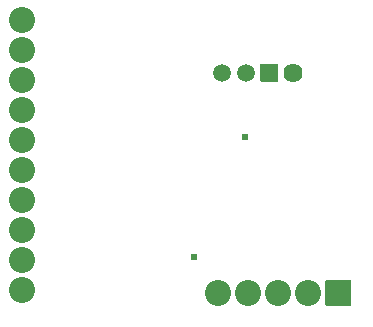
<source format=gbs>
G04 Layer: BottomSolderMaskLayer*
G04 EasyEDA Pro v1.7.27, 2022-07-12 11:31:34*
G04 Gerber Generator version 0.3*
G04 Scale: 100 percent, Rotated: No, Reflected: No*
G04 Dimensions in millimeters*
G04 Leading zeros omitted, absolute positions, 3 integers and 3 decimals*
%FSLAX33Y33*%
%MOMM*%
%ADD10C,1.624025*%
%ADD11C,1.500022*%
%ADD12C,2.203201*%
%ADD13C,0.610001*%
G75*


G04 Pad Start*
G54D10*
G01X36528Y-12319D03*
G36*
G01X35278Y-13019D02*
G01X35278Y-11619D01*
G03X35228Y-11569I-50J0D01*
G01X33828D01*
G03X33778Y-11619I0J-50D01*
G01Y-13019D01*
G03X33828Y-13069I50J0D01*
G01X35228D01*
G03X35278Y-13019I0J50D01*
G37*
G54D11*
G01X32528Y-12319D03*
G01X30528Y-12319D03*
G54D12*
G01X13589Y-7874D03*
G01X13589Y-10414D03*
G01X13589Y-12954D03*
G01X13589Y-15494D03*
G01X13589Y-18034D03*
G01X13589Y-20574D03*
G01X13589Y-23114D03*
G01X13589Y-25654D03*
G01X13589Y-28194D03*
G01X13589Y-30734D03*
G01X30226Y-30988D03*
G01X32766Y-30988D03*
G01X35306Y-30988D03*
G01X37846Y-30988D03*
G36*
G01X39284Y-29988D02*
G01X39284Y-31988D01*
G03X39386Y-32090I102J0D01*
G01X41386D01*
G03X41488Y-31988I0J102D01*
G01Y-29988D01*
G03X41386Y-29886I-102J0D01*
G01X39386D01*
G03X39284Y-29988I0J-102D01*
G37*
G04 Pad End*

G04 Via Start*
G54D13*
G01X28160Y-27940D03*
G01X32512Y-17780D03*
G04 Via End*

M02*

</source>
